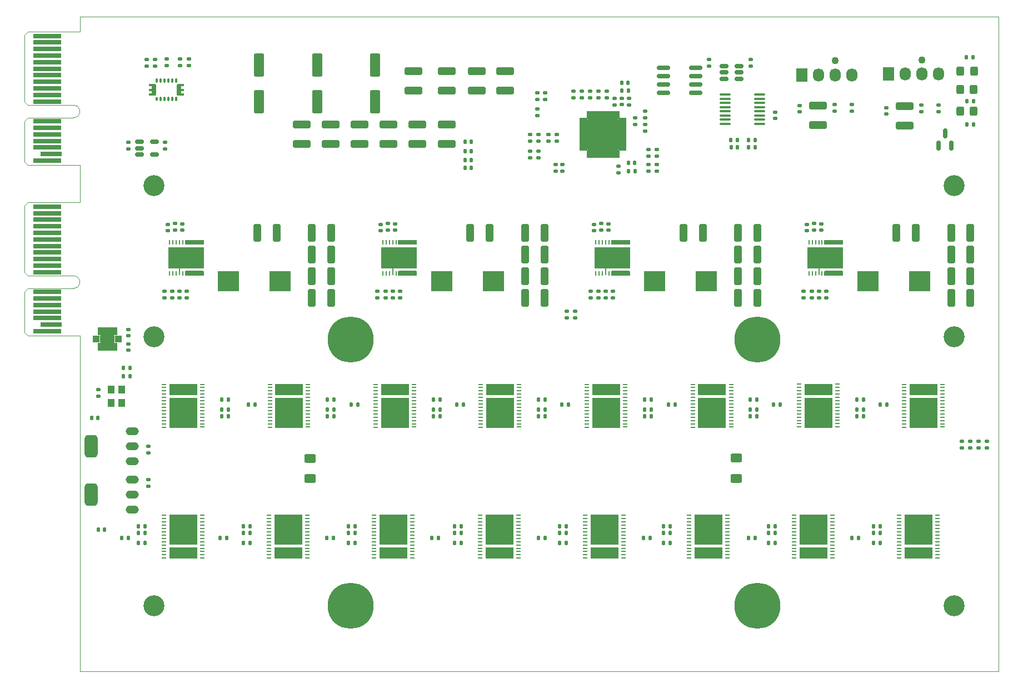
<source format=gbr>
%TF.GenerationSoftware,KiCad,Pcbnew,8.0.1*%
%TF.CreationDate,2024-04-21T01:40:20+02:00*%
%TF.ProjectId,EKO_Miner_BM1366-13xx_16-01A,454b4f5f-4d69-46e6-9572-5f424d313336,rev?*%
%TF.SameCoordinates,Original*%
%TF.FileFunction,Soldermask,Top*%
%TF.FilePolarity,Negative*%
%FSLAX46Y46*%
G04 Gerber Fmt 4.6, Leading zero omitted, Abs format (unit mm)*
G04 Created by KiCad (PCBNEW 8.0.1) date 2024-04-21 01:40:20*
%MOMM*%
%LPD*%
G01*
G04 APERTURE LIST*
G04 Aperture macros list*
%AMRoundRect*
0 Rectangle with rounded corners*
0 $1 Rounding radius*
0 $2 $3 $4 $5 $6 $7 $8 $9 X,Y pos of 4 corners*
0 Add a 4 corners polygon primitive as box body*
4,1,4,$2,$3,$4,$5,$6,$7,$8,$9,$2,$3,0*
0 Add four circle primitives for the rounded corners*
1,1,$1+$1,$2,$3*
1,1,$1+$1,$4,$5*
1,1,$1+$1,$6,$7*
1,1,$1+$1,$8,$9*
0 Add four rect primitives between the rounded corners*
20,1,$1+$1,$2,$3,$4,$5,0*
20,1,$1+$1,$4,$5,$6,$7,0*
20,1,$1+$1,$6,$7,$8,$9,0*
20,1,$1+$1,$8,$9,$2,$3,0*%
G04 Aperture macros list end*
%ADD10C,0.000000*%
%ADD11RoundRect,0.135000X0.135000X0.185000X-0.135000X0.185000X-0.135000X-0.185000X0.135000X-0.185000X0*%
%ADD12RoundRect,0.135000X-0.135000X-0.185000X0.135000X-0.185000X0.135000X0.185000X-0.135000X0.185000X0*%
%ADD13R,0.249999X0.700001*%
%ADD14R,0.249998X1.100000*%
%ADD15C,0.499999*%
%ADD16R,5.400000X3.300001*%
%ADD17R,2.849999X0.800001*%
%ADD18RoundRect,0.250000X-1.100000X0.325000X-1.100000X-0.325000X1.100000X-0.325000X1.100000X0.325000X0*%
%ADD19RoundRect,0.140000X0.170000X-0.140000X0.170000X0.140000X-0.170000X0.140000X-0.170000X-0.140000X0*%
%ADD20RoundRect,0.140000X0.140000X0.170000X-0.140000X0.170000X-0.140000X-0.170000X0.140000X-0.170000X0*%
%ADD21RoundRect,0.135000X0.185000X-0.135000X0.185000X0.135000X-0.185000X0.135000X-0.185000X-0.135000X0*%
%ADD22RoundRect,0.250000X0.325000X1.100000X-0.325000X1.100000X-0.325000X-1.100000X0.325000X-1.100000X0*%
%ADD23RoundRect,0.250000X-0.325000X-1.100000X0.325000X-1.100000X0.325000X1.100000X-0.325000X1.100000X0*%
%ADD24R,0.792000X0.221000*%
%ADD25R,4.277000X1.810000*%
%ADD26R,4.277000X4.530000*%
%ADD27RoundRect,0.250000X0.550000X-1.500000X0.550000X1.500000X-0.550000X1.500000X-0.550000X-1.500000X0*%
%ADD28RoundRect,0.135000X-0.185000X0.135000X-0.185000X-0.135000X0.185000X-0.135000X0.185000X0.135000X0*%
%ADD29RoundRect,0.140000X-0.140000X-0.170000X0.140000X-0.170000X0.140000X0.170000X-0.140000X0.170000X0*%
%ADD30RoundRect,0.140000X-0.170000X0.140000X-0.170000X-0.140000X0.170000X-0.140000X0.170000X0.140000X0*%
%ADD31RoundRect,0.250000X0.625000X-0.400000X0.625000X0.400000X-0.625000X0.400000X-0.625000X-0.400000X0*%
%ADD32RoundRect,0.150000X-0.825000X-0.150000X0.825000X-0.150000X0.825000X0.150000X-0.825000X0.150000X0*%
%ADD33R,3.300000X3.050000*%
%ADD34R,1.100000X1.300000*%
%ADD35R,4.300000X0.700000*%
%ADD36R,3.200000X0.700000*%
%ADD37C,3.200000*%
%ADD38R,0.300000X0.600000*%
%ADD39RoundRect,0.075000X0.075000X-0.225000X0.075000X0.225000X-0.075000X0.225000X-0.075000X-0.225000X0*%
%ADD40RoundRect,0.075000X0.474999X0.075000X-0.474999X0.075000X-0.474999X-0.075000X0.474999X-0.075000X0*%
%ADD41RoundRect,0.181250X-0.181250X0.618750X-0.181250X-0.618750X0.181250X-0.618750X0.181250X0.618750X0*%
%ADD42RoundRect,0.075000X-0.474999X-0.075000X0.474999X-0.075000X0.474999X0.075000X-0.474999X0.075000X0*%
%ADD43RoundRect,0.181250X0.181250X-0.618750X0.181250X0.618750X-0.181250X0.618750X-0.181250X-0.618750X0*%
%ADD44RoundRect,0.250000X1.100000X-0.325000X1.100000X0.325000X-1.100000X0.325000X-1.100000X-0.325000X0*%
%ADD45C,1.100000*%
%ADD46R,1.730000X2.030000*%
%ADD47O,1.730000X2.030000*%
%ADD48RoundRect,0.250000X0.325000X0.450000X-0.325000X0.450000X-0.325000X-0.450000X0.325000X-0.450000X0*%
%ADD49RoundRect,0.512160X0.469840X-0.069840X0.469840X0.069840X-0.469840X0.069840X-0.469840X-0.069840X0*%
%ADD50RoundRect,0.510640X0.471360X-1.221360X0.471360X1.221360X-0.471360X1.221360X-0.471360X-1.221360X0*%
%ADD51RoundRect,0.150000X-0.512500X-0.150000X0.512500X-0.150000X0.512500X0.150000X-0.512500X0.150000X0*%
%ADD52RoundRect,0.013920X0.533080X0.218080X-0.533080X0.218080X-0.533080X-0.218080X0.533080X-0.218080X0*%
%ADD53RoundRect,0.013920X-0.218080X0.533080X-0.218080X-0.533080X0.218080X-0.533080X0.218080X0.533080X0*%
%ADD54RoundRect,0.102000X2.250000X2.250000X-2.250000X2.250000X-2.250000X-2.250000X2.250000X-2.250000X0*%
%ADD55RoundRect,0.100000X-0.712500X-0.100000X0.712500X-0.100000X0.712500X0.100000X-0.712500X0.100000X0*%
%ADD56RoundRect,0.051040X-0.480960X0.180960X-0.480960X-0.180960X0.480960X-0.180960X0.480960X0.180960X0*%
%ADD57RoundRect,0.013920X-0.218080X0.518080X-0.218080X-0.518080X0.218080X-0.518080X0.218080X0.518080X0*%
%ADD58RoundRect,0.102000X-1.000000X0.500000X-1.000000X-0.500000X1.000000X-0.500000X1.000000X0.500000X0*%
%ADD59RoundRect,0.150000X0.150000X-0.587500X0.150000X0.587500X-0.150000X0.587500X-0.150000X-0.587500X0*%
%ADD60C,7.000000*%
%TA.AperFunction,Profile*%
%ADD61C,0.100000*%
%TD*%
G04 APERTURE END LIST*
D10*
%TO.C,U19*%
G36*
X91074998Y-59350000D02*
G01*
X91074998Y-59560002D01*
X91124998Y-59610002D01*
X91274998Y-59610002D01*
X91324998Y-59560002D01*
X91324998Y-59350000D01*
X91374998Y-59300000D01*
X91525000Y-59300000D01*
X91575000Y-59350000D01*
X91575000Y-59560002D01*
X91625000Y-59610002D01*
X91775000Y-59610002D01*
X91825000Y-59560002D01*
X91825000Y-59350000D01*
X91874999Y-59300000D01*
X92024999Y-59300000D01*
X92074999Y-59350000D01*
X92074999Y-59560002D01*
X92124999Y-59610002D01*
X92274999Y-59610002D01*
X92324999Y-59560002D01*
X92324999Y-59350000D01*
X92374998Y-59300000D01*
X92524998Y-59300000D01*
X92574998Y-59350000D01*
X92574998Y-59560002D01*
X92624998Y-59610002D01*
X92775000Y-59610002D01*
X92825000Y-59560002D01*
X92825000Y-59350000D01*
X92875000Y-59300000D01*
X93025000Y-59300000D01*
X93075000Y-59350000D01*
X93075000Y-59560002D01*
X93124999Y-59610002D01*
X93274999Y-59610002D01*
X93324999Y-59560002D01*
X93324999Y-59350000D01*
X93374999Y-59300000D01*
X93524999Y-59300000D01*
X93574999Y-59350000D01*
X93574999Y-59950002D01*
X93524999Y-60000001D01*
X90874999Y-60000001D01*
X90824999Y-59950002D01*
X90824999Y-59350000D01*
X90874999Y-59300000D01*
X91024999Y-59300000D01*
X91074998Y-59350000D01*
G37*
G36*
X93574999Y-64049998D02*
G01*
X93574999Y-64650000D01*
X93524999Y-64700000D01*
X93374999Y-64700000D01*
X93324999Y-64650000D01*
X93324999Y-64439998D01*
X93274999Y-64389998D01*
X93124999Y-64389998D01*
X93075000Y-64439998D01*
X93075000Y-64650000D01*
X93025000Y-64700000D01*
X92875000Y-64700000D01*
X92825000Y-64650000D01*
X92825000Y-64439998D01*
X92775000Y-64389998D01*
X92624998Y-64389998D01*
X92574998Y-64439998D01*
X92574998Y-64650000D01*
X92524998Y-64700000D01*
X92374998Y-64700000D01*
X92324999Y-64650000D01*
X92324999Y-64439998D01*
X92274999Y-64389998D01*
X92124999Y-64389998D01*
X92074999Y-64439998D01*
X92074999Y-64650000D01*
X92024999Y-64700000D01*
X91874999Y-64700000D01*
X91825000Y-64650000D01*
X91825000Y-64439998D01*
X91775000Y-64389998D01*
X91625000Y-64389998D01*
X91575000Y-64439998D01*
X91575000Y-64650000D01*
X91525000Y-64700000D01*
X91374998Y-64700000D01*
X91324998Y-64650000D01*
X91324998Y-64439998D01*
X91274998Y-64389998D01*
X91124998Y-64389998D01*
X91074998Y-64439998D01*
X91074998Y-64650000D01*
X91024999Y-64700000D01*
X90874999Y-64700000D01*
X90824999Y-64650000D01*
X90824999Y-64049998D01*
X90874999Y-63999999D01*
X93524999Y-63999999D01*
X93574999Y-64049998D01*
G37*
%TO.C,U21*%
G36*
X156008330Y-59350000D02*
G01*
X156008330Y-59560002D01*
X156058330Y-59610002D01*
X156208330Y-59610002D01*
X156258330Y-59560002D01*
X156258330Y-59350000D01*
X156308330Y-59300000D01*
X156458332Y-59300000D01*
X156508332Y-59350000D01*
X156508332Y-59560002D01*
X156558332Y-59610002D01*
X156708332Y-59610002D01*
X156758332Y-59560002D01*
X156758332Y-59350000D01*
X156808331Y-59300000D01*
X156958331Y-59300000D01*
X157008331Y-59350000D01*
X157008331Y-59560002D01*
X157058331Y-59610002D01*
X157208331Y-59610002D01*
X157258331Y-59560002D01*
X157258331Y-59350000D01*
X157308330Y-59300000D01*
X157458330Y-59300000D01*
X157508330Y-59350000D01*
X157508330Y-59560002D01*
X157558330Y-59610002D01*
X157708332Y-59610002D01*
X157758332Y-59560002D01*
X157758332Y-59350000D01*
X157808332Y-59300000D01*
X157958332Y-59300000D01*
X158008332Y-59350000D01*
X158008332Y-59560002D01*
X158058331Y-59610002D01*
X158208331Y-59610002D01*
X158258331Y-59560002D01*
X158258331Y-59350000D01*
X158308331Y-59300000D01*
X158458331Y-59300000D01*
X158508331Y-59350000D01*
X158508331Y-59950002D01*
X158458331Y-60000001D01*
X155808331Y-60000001D01*
X155758331Y-59950002D01*
X155758331Y-59350000D01*
X155808331Y-59300000D01*
X155958331Y-59300000D01*
X156008330Y-59350000D01*
G37*
G36*
X158508331Y-64049998D02*
G01*
X158508331Y-64650000D01*
X158458331Y-64700000D01*
X158308331Y-64700000D01*
X158258331Y-64650000D01*
X158258331Y-64439998D01*
X158208331Y-64389998D01*
X158058331Y-64389998D01*
X158008332Y-64439998D01*
X158008332Y-64650000D01*
X157958332Y-64700000D01*
X157808332Y-64700000D01*
X157758332Y-64650000D01*
X157758332Y-64439998D01*
X157708332Y-64389998D01*
X157558330Y-64389998D01*
X157508330Y-64439998D01*
X157508330Y-64650000D01*
X157458330Y-64700000D01*
X157308330Y-64700000D01*
X157258331Y-64650000D01*
X157258331Y-64439998D01*
X157208331Y-64389998D01*
X157058331Y-64389998D01*
X157008331Y-64439998D01*
X157008331Y-64650000D01*
X156958331Y-64700000D01*
X156808331Y-64700000D01*
X156758332Y-64650000D01*
X156758332Y-64439998D01*
X156708332Y-64389998D01*
X156558332Y-64389998D01*
X156508332Y-64439998D01*
X156508332Y-64650000D01*
X156458332Y-64700000D01*
X156308330Y-64700000D01*
X156258330Y-64650000D01*
X156258330Y-64439998D01*
X156208330Y-64389998D01*
X156058330Y-64389998D01*
X156008330Y-64439998D01*
X156008330Y-64650000D01*
X155958331Y-64700000D01*
X155808331Y-64700000D01*
X155758331Y-64650000D01*
X155758331Y-64049998D01*
X155808331Y-63999999D01*
X158458331Y-63999999D01*
X158508331Y-64049998D01*
G37*
%TO.C,U20*%
G36*
X123541664Y-59350000D02*
G01*
X123541664Y-59560002D01*
X123591664Y-59610002D01*
X123741664Y-59610002D01*
X123791664Y-59560002D01*
X123791664Y-59350000D01*
X123841664Y-59300000D01*
X123991666Y-59300000D01*
X124041666Y-59350000D01*
X124041666Y-59560002D01*
X124091666Y-59610002D01*
X124241666Y-59610002D01*
X124291666Y-59560002D01*
X124291666Y-59350000D01*
X124341665Y-59300000D01*
X124491665Y-59300000D01*
X124541665Y-59350000D01*
X124541665Y-59560002D01*
X124591665Y-59610002D01*
X124741665Y-59610002D01*
X124791665Y-59560002D01*
X124791665Y-59350000D01*
X124841664Y-59300000D01*
X124991664Y-59300000D01*
X125041664Y-59350000D01*
X125041664Y-59560002D01*
X125091664Y-59610002D01*
X125241666Y-59610002D01*
X125291666Y-59560002D01*
X125291666Y-59350000D01*
X125341666Y-59300000D01*
X125491666Y-59300000D01*
X125541666Y-59350000D01*
X125541666Y-59560002D01*
X125591665Y-59610002D01*
X125741665Y-59610002D01*
X125791665Y-59560002D01*
X125791665Y-59350000D01*
X125841665Y-59300000D01*
X125991665Y-59300000D01*
X126041665Y-59350000D01*
X126041665Y-59950002D01*
X125991665Y-60000001D01*
X123341665Y-60000001D01*
X123291665Y-59950002D01*
X123291665Y-59350000D01*
X123341665Y-59300000D01*
X123491665Y-59300000D01*
X123541664Y-59350000D01*
G37*
G36*
X126041665Y-64049998D02*
G01*
X126041665Y-64650000D01*
X125991665Y-64700000D01*
X125841665Y-64700000D01*
X125791665Y-64650000D01*
X125791665Y-64439998D01*
X125741665Y-64389998D01*
X125591665Y-64389998D01*
X125541666Y-64439998D01*
X125541666Y-64650000D01*
X125491666Y-64700000D01*
X125341666Y-64700000D01*
X125291666Y-64650000D01*
X125291666Y-64439998D01*
X125241666Y-64389998D01*
X125091664Y-64389998D01*
X125041664Y-64439998D01*
X125041664Y-64650000D01*
X124991664Y-64700000D01*
X124841664Y-64700000D01*
X124791665Y-64650000D01*
X124791665Y-64439998D01*
X124741665Y-64389998D01*
X124591665Y-64389998D01*
X124541665Y-64439998D01*
X124541665Y-64650000D01*
X124491665Y-64700000D01*
X124341665Y-64700000D01*
X124291666Y-64650000D01*
X124291666Y-64439998D01*
X124241666Y-64389998D01*
X124091666Y-64389998D01*
X124041666Y-64439998D01*
X124041666Y-64650000D01*
X123991666Y-64700000D01*
X123841664Y-64700000D01*
X123791664Y-64650000D01*
X123791664Y-64439998D01*
X123741664Y-64389998D01*
X123591664Y-64389998D01*
X123541664Y-64439998D01*
X123541664Y-64650000D01*
X123491665Y-64700000D01*
X123341665Y-64700000D01*
X123291665Y-64650000D01*
X123291665Y-64049998D01*
X123341665Y-63999999D01*
X125991665Y-63999999D01*
X126041665Y-64049998D01*
G37*
%TO.C,U22*%
G36*
X188474998Y-59350000D02*
G01*
X188474998Y-59560002D01*
X188524998Y-59610002D01*
X188674998Y-59610002D01*
X188724998Y-59560002D01*
X188724998Y-59350000D01*
X188774998Y-59300000D01*
X188925000Y-59300000D01*
X188975000Y-59350000D01*
X188975000Y-59560002D01*
X189025000Y-59610002D01*
X189175000Y-59610002D01*
X189225000Y-59560002D01*
X189225000Y-59350000D01*
X189274999Y-59300000D01*
X189424999Y-59300000D01*
X189474999Y-59350000D01*
X189474999Y-59560002D01*
X189524999Y-59610002D01*
X189674999Y-59610002D01*
X189724999Y-59560002D01*
X189724999Y-59350000D01*
X189774998Y-59300000D01*
X189924998Y-59300000D01*
X189974998Y-59350000D01*
X189974998Y-59560002D01*
X190024998Y-59610002D01*
X190175000Y-59610002D01*
X190225000Y-59560002D01*
X190225000Y-59350000D01*
X190275000Y-59300000D01*
X190425000Y-59300000D01*
X190475000Y-59350000D01*
X190475000Y-59560002D01*
X190524999Y-59610002D01*
X190674999Y-59610002D01*
X190724999Y-59560002D01*
X190724999Y-59350000D01*
X190774999Y-59300000D01*
X190924999Y-59300000D01*
X190974999Y-59350000D01*
X190974999Y-59950002D01*
X190924999Y-60000001D01*
X188274999Y-60000001D01*
X188224999Y-59950002D01*
X188224999Y-59350000D01*
X188274999Y-59300000D01*
X188424999Y-59300000D01*
X188474998Y-59350000D01*
G37*
G36*
X190974999Y-64049998D02*
G01*
X190974999Y-64650000D01*
X190924999Y-64700000D01*
X190774999Y-64700000D01*
X190724999Y-64650000D01*
X190724999Y-64439998D01*
X190674999Y-64389998D01*
X190524999Y-64389998D01*
X190475000Y-64439998D01*
X190475000Y-64650000D01*
X190425000Y-64700000D01*
X190275000Y-64700000D01*
X190225000Y-64650000D01*
X190225000Y-64439998D01*
X190175000Y-64389998D01*
X190024998Y-64389998D01*
X189974998Y-64439998D01*
X189974998Y-64650000D01*
X189924998Y-64700000D01*
X189774998Y-64700000D01*
X189724999Y-64650000D01*
X189724999Y-64439998D01*
X189674999Y-64389998D01*
X189524999Y-64389998D01*
X189474999Y-64439998D01*
X189474999Y-64650000D01*
X189424999Y-64700000D01*
X189274999Y-64700000D01*
X189225000Y-64650000D01*
X189225000Y-64439998D01*
X189175000Y-64389998D01*
X189025000Y-64389998D01*
X188975000Y-64439998D01*
X188975000Y-64650000D01*
X188925000Y-64700000D01*
X188774998Y-64700000D01*
X188724998Y-64650000D01*
X188724998Y-64439998D01*
X188674998Y-64389998D01*
X188524998Y-64389998D01*
X188474998Y-64439998D01*
X188474998Y-64650000D01*
X188424999Y-64700000D01*
X188274999Y-64700000D01*
X188224999Y-64650000D01*
X188224999Y-64049998D01*
X188274999Y-63999999D01*
X190924999Y-63999999D01*
X190974999Y-64049998D01*
G37*
%TD*%
D11*
%TO.C,R99*%
X164668000Y-103918000D03*
X163648000Y-103918000D03*
%TD*%
D12*
%TO.C,R10*%
X193111475Y-85102000D03*
X194131475Y-85102000D03*
%TD*%
D13*
%TO.C,U19*%
X88449370Y-64350000D03*
X88949496Y-64350000D03*
X89449622Y-64350000D03*
D14*
X89949748Y-64150000D03*
D15*
X89630000Y-63300000D03*
X90950000Y-63300000D03*
X92270000Y-63300000D03*
X88550000Y-62000000D03*
D16*
X90950000Y-62000000D03*
D15*
X89630000Y-61999997D03*
X90950000Y-61999997D03*
X93350000Y-61999997D03*
X92270000Y-61999995D03*
X89630000Y-60700000D03*
X90950000Y-60700000D03*
X92270000Y-60700000D03*
D13*
X90449874Y-64350000D03*
D17*
X92200000Y-64350000D03*
X92200000Y-59650000D03*
D13*
X90449874Y-59650000D03*
X89949748Y-59650000D03*
X89449622Y-59650000D03*
X88949496Y-59650000D03*
X88449370Y-59650000D03*
%TD*%
D18*
%TO.C,C151*%
X200450000Y-38925000D03*
X200450000Y-41875000D03*
%TD*%
D19*
%TO.C,C195*%
X120616666Y-57880000D03*
X120616666Y-56920000D03*
%TD*%
D11*
%TO.C,R78*%
X100660000Y-105441999D03*
X99640000Y-105441999D03*
%TD*%
D20*
%TO.C,C174*%
X134412000Y-44300000D03*
X133452000Y-44300000D03*
%TD*%
D21*
%TO.C,R49*%
X146124000Y-44230000D03*
X146124000Y-43210000D03*
%TD*%
D22*
%TO.C,C189*%
X104725000Y-58200000D03*
X101775000Y-58200000D03*
%TD*%
D23*
%TO.C,C211*%
X175038332Y-68104000D03*
X177988332Y-68104000D03*
%TD*%
D12*
%TO.C,R27*%
X112448857Y-86138000D03*
X113468857Y-86138000D03*
%TD*%
D19*
%TO.C,C160*%
X151204000Y-37596000D03*
X151204000Y-36636000D03*
%TD*%
D24*
%TO.C,U29*%
X189426000Y-107761000D03*
X189426000Y-107259000D03*
X189426000Y-106757000D03*
X189426000Y-106255000D03*
X189426000Y-105753000D03*
X189426000Y-105251000D03*
X189426000Y-104749000D03*
X189426000Y-104247000D03*
X189426000Y-103745000D03*
X189426000Y-103243000D03*
X189426000Y-102741000D03*
X189426000Y-102239000D03*
X189426000Y-101737000D03*
X189426000Y-101235000D03*
X183594000Y-101248000D03*
X183594000Y-101748000D03*
X183594000Y-102248000D03*
X183594000Y-102748000D03*
X183594000Y-103248000D03*
X183594000Y-103745000D03*
X183594000Y-104248000D03*
X183594000Y-104749000D03*
X183594000Y-105251000D03*
X183594000Y-105753000D03*
X183594000Y-106255000D03*
X183594000Y-106748000D03*
X183594000Y-107259000D03*
X183594000Y-107748000D03*
D25*
X186510000Y-106966000D03*
D26*
X186510000Y-103390000D03*
%TD*%
D27*
%TO.C,C157*%
X110900000Y-38200000D03*
X110900000Y-32600000D03*
%TD*%
D19*
%TO.C,C205*%
X153083332Y-57880000D03*
X153083332Y-56920000D03*
%TD*%
D28*
%TO.C,R74*%
X186250000Y-67090000D03*
X186250000Y-68110000D03*
%TD*%
%TO.C,R62*%
X161364000Y-45496000D03*
X161364000Y-46516000D03*
%TD*%
D27*
%TO.C,C162*%
X119750000Y-38200000D03*
X119750000Y-32600000D03*
%TD*%
D29*
%TO.C,C180*%
X157370000Y-36500000D03*
X158330000Y-36500000D03*
%TD*%
D11*
%TO.C,R80*%
X100660000Y-102902000D03*
X99640000Y-102902000D03*
%TD*%
D30*
%TO.C,C175*%
X162634000Y-45526000D03*
X162634000Y-46486000D03*
%TD*%
D31*
%TO.C,TH1*%
X109850000Y-95650000D03*
X109850000Y-92550000D03*
%TD*%
D28*
%TO.C,R76*%
X186650000Y-56790000D03*
X186650000Y-57810000D03*
%TD*%
D30*
%TO.C,C153*%
X197650000Y-39120000D03*
X197650000Y-40080000D03*
%TD*%
D12*
%TO.C,R63*%
X158314000Y-48800000D03*
X159334000Y-48800000D03*
%TD*%
D11*
%TO.C,R12*%
X197688000Y-84360000D03*
X196668000Y-84360000D03*
%TD*%
D24*
%TO.C,U26*%
X93414000Y-107761000D03*
X93414000Y-107259000D03*
X93414000Y-106757000D03*
X93414000Y-106255000D03*
X93414000Y-105753000D03*
X93414000Y-105251000D03*
X93414000Y-104749000D03*
X93414000Y-104247000D03*
X93414000Y-103745000D03*
X93414000Y-103243000D03*
X93414000Y-102741000D03*
X93414000Y-102239000D03*
X93414000Y-101737000D03*
X93414000Y-101235000D03*
X87582000Y-101248000D03*
X87582000Y-101748000D03*
X87582000Y-102248000D03*
X87582000Y-102748000D03*
X87582000Y-103248000D03*
X87582000Y-103745000D03*
X87582000Y-104248000D03*
X87582000Y-104749000D03*
X87582000Y-105251000D03*
X87582000Y-105753000D03*
X87582000Y-106255000D03*
X87582000Y-106748000D03*
X87582000Y-107259000D03*
X87582000Y-107748000D03*
D25*
X90498000Y-106966000D03*
D26*
X90498000Y-103390000D03*
%TD*%
D12*
%TO.C,R39*%
X160781428Y-86138000D03*
X161801428Y-86138000D03*
%TD*%
D11*
%TO.C,R8*%
X181432000Y-84360000D03*
X180412000Y-84360000D03*
%TD*%
D12*
%TO.C,R105*%
X144598000Y-104680000D03*
X145618000Y-104680000D03*
%TD*%
D21*
%TO.C,R61*%
X156250000Y-38710000D03*
X156250000Y-37690000D03*
%TD*%
D18*
%TO.C,C164*%
X121790800Y-41737000D03*
X121790800Y-44687000D03*
%TD*%
D12*
%TO.C,R37*%
X160781428Y-83598000D03*
X161801428Y-83598000D03*
%TD*%
D28*
%TO.C,R56*%
X147250000Y-47790000D03*
X147250000Y-48810000D03*
%TD*%
%TO.C,R43*%
X189750000Y-38625000D03*
X189750000Y-39645000D03*
%TD*%
D12*
%TO.C,R19*%
X176892285Y-86138000D03*
X177912285Y-86138000D03*
%TD*%
D28*
%TO.C,R67*%
X89250000Y-56790000D03*
X89250000Y-57810000D03*
%TD*%
D11*
%TO.C,R107*%
X132830666Y-103918000D03*
X131810666Y-103918000D03*
%TD*%
D22*
%TO.C,C219*%
X202125000Y-58200000D03*
X199175000Y-58200000D03*
%TD*%
D11*
%TO.C,R32*%
X133208286Y-84360000D03*
X132188286Y-84360000D03*
%TD*%
D18*
%TO.C,C167*%
X112951600Y-41737000D03*
X112951600Y-44687000D03*
%TD*%
D24*
%TO.C,U31*%
X157588666Y-107761000D03*
X157588666Y-107259000D03*
X157588666Y-106757000D03*
X157588666Y-106255000D03*
X157588666Y-105753000D03*
X157588666Y-105251000D03*
X157588666Y-104749000D03*
X157588666Y-104247000D03*
X157588666Y-103745000D03*
X157588666Y-103243000D03*
X157588666Y-102741000D03*
X157588666Y-102239000D03*
X157588666Y-101737000D03*
X157588666Y-101235000D03*
X151756666Y-101248000D03*
X151756666Y-101748000D03*
X151756666Y-102248000D03*
X151756666Y-102748000D03*
X151756666Y-103248000D03*
X151756666Y-103745000D03*
X151756666Y-104248000D03*
X151756666Y-104749000D03*
X151756666Y-105251000D03*
X151756666Y-105753000D03*
X151756666Y-106255000D03*
X151756666Y-106748000D03*
X151756666Y-107259000D03*
X151756666Y-107748000D03*
D25*
X154672666Y-106966000D03*
D26*
X154672666Y-103390000D03*
%TD*%
D30*
%TO.C,C148*%
X180687500Y-39802500D03*
X180687500Y-40762500D03*
%TD*%
D32*
%TO.C,U4*%
X163675000Y-33095000D03*
X163675000Y-34365000D03*
X163675000Y-35635000D03*
X163675000Y-36905000D03*
X168625000Y-36905000D03*
X168625000Y-35635000D03*
X168625000Y-34365000D03*
X168625000Y-33095000D03*
%TD*%
D11*
%TO.C,R91*%
X196672000Y-103918000D03*
X195652000Y-103918000D03*
%TD*%
D12*
%TO.C,R101*%
X160600000Y-104680000D03*
X161620000Y-104680000D03*
%TD*%
D24*
%TO.C,U13*%
X87582000Y-81279000D03*
X87582000Y-81781000D03*
X87582000Y-82283000D03*
X87582000Y-82785000D03*
X87582000Y-83287000D03*
X87582000Y-83789000D03*
X87582000Y-84291000D03*
X87582000Y-84793000D03*
X87582000Y-85295000D03*
X87582000Y-85797000D03*
X87582000Y-86299000D03*
X87582000Y-86801000D03*
X87582000Y-87303000D03*
X87582000Y-87805000D03*
X93414000Y-87792000D03*
X93414000Y-87292000D03*
X93414000Y-86792000D03*
X93414000Y-86292000D03*
X93414000Y-85792000D03*
X93414000Y-85295000D03*
X93414000Y-84792000D03*
X93414000Y-84291000D03*
X93414000Y-83789000D03*
X93414000Y-83287000D03*
X93414000Y-82785000D03*
X93414000Y-82292000D03*
X93414000Y-81781000D03*
X93414000Y-81292000D03*
D25*
X90498000Y-82074000D03*
D26*
X90498000Y-85650000D03*
%TD*%
D21*
%TO.C,R55*%
X148250000Y-48810000D03*
X148250000Y-47790000D03*
%TD*%
D30*
%TO.C,C176*%
X157350000Y-37720000D03*
X157350000Y-38680000D03*
%TD*%
D33*
%TO.C,L1*%
X97415000Y-65600000D03*
X105285000Y-65600000D03*
%TD*%
D30*
%TO.C,C186*%
X90350000Y-56820000D03*
X90350000Y-57780000D03*
%TD*%
D34*
%TO.C,U2*%
X79513000Y-82040000D03*
X79513000Y-84140000D03*
X81163000Y-84140000D03*
X81163000Y-82040000D03*
%TD*%
D27*
%TO.C,C159*%
X102050000Y-38200000D03*
X102050000Y-32600000D03*
%TD*%
D11*
%TO.C,R104*%
X148832666Y-102902000D03*
X147812666Y-102902000D03*
%TD*%
D12*
%TO.C,R41*%
X173940000Y-44100000D03*
X174960000Y-44100000D03*
%TD*%
D29*
%TO.C,C177*%
X158344000Y-47530000D03*
X159304000Y-47530000D03*
%TD*%
D35*
%TO.C,J2*%
X69800000Y-54200000D03*
X69800000Y-55200000D03*
X69800000Y-56200000D03*
X69800000Y-57200000D03*
X69800000Y-58200000D03*
X69800000Y-59200000D03*
X69800000Y-60200000D03*
X69800000Y-61200000D03*
X69800000Y-62200000D03*
X69800000Y-63200000D03*
X69800000Y-64200000D03*
X69800000Y-67200000D03*
X69800000Y-68200000D03*
X69800000Y-69200000D03*
X69800000Y-70200000D03*
X69800000Y-71200000D03*
D36*
X70350000Y-72200000D03*
D35*
X69800000Y-73200000D03*
%TD*%
D11*
%TO.C,R92*%
X196672000Y-102902000D03*
X195652000Y-102902000D03*
%TD*%
D23*
%TO.C,C220*%
X207505000Y-61500000D03*
X210455000Y-61500000D03*
%TD*%
D37*
%TO.C,H6*%
X86000000Y-74000000D03*
%TD*%
D19*
%TO.C,C7*%
X176950000Y-32780000D03*
X176950000Y-31820000D03*
%TD*%
D12*
%TO.C,R40*%
X176640000Y-44100000D03*
X177660000Y-44100000D03*
%TD*%
D38*
%TO.C,U8*%
X86425562Y-37811290D03*
D39*
X87025562Y-37811290D03*
X87625562Y-37811290D03*
X88225562Y-37811290D03*
X88825562Y-37811290D03*
X89425562Y-37811290D03*
D40*
X90125562Y-37161290D03*
D41*
X89888062Y-36411290D03*
D40*
X90125562Y-36411290D03*
X90125562Y-35661290D03*
D39*
X89425562Y-35011290D03*
X88825562Y-35011290D03*
X88225562Y-35011290D03*
X87625562Y-35011290D03*
X87025562Y-35011290D03*
X86425562Y-35011290D03*
D42*
X85790438Y-37161290D03*
X85790438Y-36411290D03*
D43*
X86063062Y-36411290D03*
D42*
X85790438Y-35661290D03*
%TD*%
D44*
%TO.C,C172*%
X130630000Y-36559000D03*
X130630000Y-33609000D03*
%TD*%
D13*
%TO.C,U21*%
X153382702Y-64350000D03*
X153882828Y-64350000D03*
X154382954Y-64350000D03*
D14*
X154883080Y-64150000D03*
D15*
X154563332Y-63300000D03*
X155883332Y-63300000D03*
X157203332Y-63300000D03*
X153483332Y-62000000D03*
D16*
X155883332Y-62000000D03*
D15*
X154563332Y-61999997D03*
X155883332Y-61999997D03*
X158283332Y-61999997D03*
X157203332Y-61999995D03*
X154563332Y-60700000D03*
X155883332Y-60700000D03*
X157203332Y-60700000D03*
D13*
X155383206Y-64350000D03*
D17*
X157133332Y-64350000D03*
X157133332Y-59650000D03*
D13*
X155383206Y-59650000D03*
X154883080Y-59650000D03*
X154382954Y-59650000D03*
X153882828Y-59650000D03*
X153382702Y-59650000D03*
%TD*%
D23*
%TO.C,C221*%
X207505000Y-68104000D03*
X210455000Y-68104000D03*
%TD*%
D12*
%TO.C,R26*%
X112448857Y-85122000D03*
X113468857Y-85122000D03*
%TD*%
D24*
%TO.C,U11*%
X200357999Y-81279000D03*
X200357999Y-81781000D03*
X200357999Y-82283000D03*
X200357999Y-82785000D03*
X200357999Y-83287000D03*
X200357999Y-83789000D03*
X200357999Y-84291000D03*
X200357999Y-84793000D03*
X200357999Y-85295000D03*
X200357999Y-85797000D03*
X200357999Y-86299000D03*
X200357999Y-86801000D03*
X200357999Y-87303000D03*
X200357999Y-87805000D03*
X206189999Y-87792000D03*
X206189999Y-87292000D03*
X206189999Y-86792000D03*
X206189999Y-86292000D03*
X206189999Y-85792000D03*
X206189999Y-85295000D03*
X206189999Y-84792000D03*
X206189999Y-84291000D03*
X206189999Y-83789000D03*
X206189999Y-83287000D03*
X206189999Y-82785000D03*
X206189999Y-82292000D03*
X206189999Y-81781000D03*
X206189999Y-81292000D03*
D25*
X203273999Y-82074000D03*
D26*
X203273999Y-85650000D03*
%TD*%
D12*
%TO.C,R34*%
X144598000Y-85122000D03*
X145618000Y-85122000D03*
%TD*%
D19*
%TO.C,C158*%
X152474000Y-37596000D03*
X152474000Y-36636000D03*
%TD*%
D12*
%TO.C,R9*%
X193111475Y-83578000D03*
X194131475Y-83578000D03*
%TD*%
%TO.C,R25*%
X112448857Y-83598000D03*
X113468857Y-83598000D03*
%TD*%
D11*
%TO.C,R98*%
X164668000Y-105441999D03*
X163648000Y-105441999D03*
%TD*%
D30*
%TO.C,C193*%
X123516666Y-67120000D03*
X123516666Y-68080000D03*
%TD*%
D23*
%TO.C,C192*%
X110105000Y-58198000D03*
X113055000Y-58198000D03*
%TD*%
D11*
%TO.C,R103*%
X148832666Y-103918000D03*
X147812666Y-103918000D03*
%TD*%
D30*
%TO.C,C4*%
X77544000Y-82102000D03*
X77544000Y-83062000D03*
%TD*%
%TO.C,C213*%
X188450000Y-67120000D03*
X188450000Y-68080000D03*
%TD*%
D20*
%TO.C,C149*%
X177630000Y-45200000D03*
X176670000Y-45200000D03*
%TD*%
D35*
%TO.C,J1*%
X69800000Y-28200000D03*
X69800000Y-29200000D03*
X69800000Y-30200000D03*
X69800000Y-31200000D03*
X69800000Y-32200000D03*
X69800000Y-33200000D03*
X69800000Y-34200000D03*
X69800000Y-35200000D03*
X69800000Y-36200000D03*
X69800000Y-37200000D03*
X69800000Y-38200000D03*
X69800000Y-41200000D03*
X69800000Y-42200000D03*
X69800000Y-43200000D03*
X69800000Y-44200000D03*
X69800000Y-45200000D03*
D36*
X70350000Y-46200000D03*
D35*
X69800000Y-47200000D03*
%TD*%
D23*
%TO.C,C218*%
X207505000Y-64802000D03*
X210455000Y-64802000D03*
%TD*%
%TO.C,C201*%
X142571666Y-68104000D03*
X145521666Y-68104000D03*
%TD*%
D11*
%TO.C,R83*%
X84658000Y-103918000D03*
X83638000Y-103918000D03*
%TD*%
%TO.C,R88*%
X116662000Y-102902000D03*
X115642000Y-102902000D03*
%TD*%
D21*
%TO.C,R2*%
X87958000Y-32710000D03*
X87958000Y-31690000D03*
%TD*%
D12*
%TO.C,R18*%
X176892285Y-85122000D03*
X177912285Y-85122000D03*
%TD*%
D29*
%TO.C,C8*%
X76556000Y-86392000D03*
X77516000Y-86392000D03*
%TD*%
D11*
%TO.C,R82*%
X84658000Y-105441999D03*
X83638000Y-105441999D03*
%TD*%
D23*
%TO.C,C212*%
X175038332Y-58204750D03*
X177988332Y-58204750D03*
%TD*%
D12*
%TO.C,R38*%
X160781428Y-85122000D03*
X161801428Y-85122000D03*
%TD*%
%TO.C,R7*%
X81098000Y-104680000D03*
X82118000Y-104680000D03*
%TD*%
%TO.C,R30*%
X128596000Y-85122000D03*
X129616000Y-85122000D03*
%TD*%
D21*
%TO.C,R46*%
X144450000Y-40310000D03*
X144450000Y-39290000D03*
%TD*%
D44*
%TO.C,C170*%
X139520000Y-36559000D03*
X139520000Y-33609000D03*
%TD*%
D28*
%TO.C,R75*%
X185050000Y-67090000D03*
X185050000Y-68110000D03*
%TD*%
D12*
%TO.C,R112*%
X209876000Y-38132000D03*
X210896000Y-38132000D03*
%TD*%
D20*
%TO.C,C181*%
X134412000Y-47100000D03*
X133452000Y-47100000D03*
%TD*%
D45*
%TO.C,J4*%
X203030000Y-31865000D03*
D46*
X197950000Y-34025000D03*
D47*
X200490000Y-34025000D03*
X203030000Y-34025000D03*
X205570000Y-34025000D03*
%TD*%
D20*
%TO.C,C150*%
X174930000Y-45200000D03*
X173970000Y-45200000D03*
%TD*%
D23*
%TO.C,C200*%
X142571666Y-61500000D03*
X145521666Y-61500000D03*
%TD*%
D11*
%TO.C,R96*%
X180670000Y-102902000D03*
X179650000Y-102902000D03*
%TD*%
D28*
%TO.C,R110*%
X150188000Y-70134000D03*
X150188000Y-71154000D03*
%TD*%
%TO.C,R48*%
X147394000Y-43210000D03*
X147394000Y-44230000D03*
%TD*%
D19*
%TO.C,C215*%
X185550000Y-57880000D03*
X185550000Y-56920000D03*
%TD*%
D28*
%TO.C,R71*%
X153783332Y-67090000D03*
X153783332Y-68110000D03*
%TD*%
D11*
%TO.C,R94*%
X180670000Y-105441999D03*
X179650000Y-105441999D03*
%TD*%
D12*
%TO.C,R33*%
X144598000Y-83598000D03*
X145618000Y-83598000D03*
%TD*%
D28*
%TO.C,R58*%
X161364000Y-47782000D03*
X161364000Y-48802000D03*
%TD*%
D12*
%TO.C,R31*%
X128596000Y-86138000D03*
X129616000Y-86138000D03*
%TD*%
D33*
%TO.C,L4*%
X194815000Y-65600000D03*
X202685000Y-65600000D03*
%TD*%
D11*
%TO.C,R108*%
X132830666Y-102902000D03*
X131810666Y-102902000D03*
%TD*%
D24*
%TO.C,U30*%
X173424000Y-107761000D03*
X173424000Y-107259000D03*
X173424000Y-106757000D03*
X173424000Y-106255000D03*
X173424000Y-105753000D03*
X173424000Y-105251000D03*
X173424000Y-104749000D03*
X173424000Y-104247000D03*
X173424000Y-103745000D03*
X173424000Y-103243000D03*
X173424000Y-102741000D03*
X173424000Y-102239000D03*
X173424000Y-101737000D03*
X173424000Y-101235000D03*
X167592000Y-101248000D03*
X167592000Y-101748000D03*
X167592000Y-102248000D03*
X167592000Y-102748000D03*
X167592000Y-103248000D03*
X167592000Y-103745000D03*
X167592000Y-104248000D03*
X167592000Y-104749000D03*
X167592000Y-105251000D03*
X167592000Y-105753000D03*
X167592000Y-106255000D03*
X167592000Y-106748000D03*
X167592000Y-107259000D03*
X167592000Y-107748000D03*
D25*
X170508000Y-106966000D03*
D26*
X170508000Y-103390000D03*
%TD*%
D12*
%TO.C,R29*%
X128596000Y-83598000D03*
X129616000Y-83598000D03*
%TD*%
D48*
%TO.C,D2*%
X210903000Y-36354000D03*
X208853000Y-36354000D03*
%TD*%
D20*
%TO.C,C9*%
X78532000Y-103410000D03*
X77572000Y-103410000D03*
%TD*%
D49*
%TO.C,U6*%
X82701000Y-100376000D03*
X82701000Y-98076000D03*
X82701000Y-95776000D03*
D50*
X76451000Y-98076000D03*
%TD*%
D13*
%TO.C,U20*%
X120916036Y-64350000D03*
X121416162Y-64350000D03*
X121916288Y-64350000D03*
D14*
X122416414Y-64150000D03*
D15*
X122096666Y-63300000D03*
X123416666Y-63300000D03*
X124736666Y-63300000D03*
X121016666Y-62000000D03*
D16*
X123416666Y-62000000D03*
D15*
X122096666Y-61999997D03*
X123416666Y-61999997D03*
X125816666Y-61999997D03*
X124736666Y-61999995D03*
X122096666Y-60700000D03*
X123416666Y-60700000D03*
X124736666Y-60700000D03*
D13*
X122916540Y-64350000D03*
D17*
X124666666Y-64350000D03*
X124666666Y-59650000D03*
D13*
X122916540Y-59650000D03*
X122416414Y-59650000D03*
X121916288Y-59650000D03*
X121416162Y-59650000D03*
X120916036Y-59650000D03*
%TD*%
D28*
%TO.C,R53*%
X143330000Y-45750000D03*
X143330000Y-46770000D03*
%TD*%
%TO.C,R13*%
X212926000Y-89946000D03*
X212926000Y-90966000D03*
%TD*%
D30*
%TO.C,C183*%
X91050000Y-67120000D03*
X91050000Y-68080000D03*
%TD*%
D24*
%TO.C,U32*%
X141586666Y-107761000D03*
X141586666Y-107259000D03*
X141586666Y-106757000D03*
X141586666Y-106255000D03*
X141586666Y-105753000D03*
X141586666Y-105251000D03*
X141586666Y-104749000D03*
X141586666Y-104247000D03*
X141586666Y-103745000D03*
X141586666Y-103243000D03*
X141586666Y-102741000D03*
X141586666Y-102239000D03*
X141586666Y-101737000D03*
X141586666Y-101235000D03*
X135754666Y-101248000D03*
X135754666Y-101748000D03*
X135754666Y-102248000D03*
X135754666Y-102748000D03*
X135754666Y-103248000D03*
X135754666Y-103745000D03*
X135754666Y-104248000D03*
X135754666Y-104749000D03*
X135754666Y-105251000D03*
X135754666Y-105753000D03*
X135754666Y-106255000D03*
X135754666Y-106748000D03*
X135754666Y-107259000D03*
X135754666Y-107748000D03*
D25*
X138670666Y-106966000D03*
D26*
X138670666Y-103390000D03*
%TD*%
D11*
%TO.C,R24*%
X101422000Y-84360000D03*
X100402000Y-84360000D03*
%TD*%
%TO.C,R95*%
X180670000Y-103918000D03*
X179650000Y-103918000D03*
%TD*%
D30*
%TO.C,C2*%
X82150000Y-75120000D03*
X82150000Y-76080000D03*
%TD*%
D48*
%TO.C,D1*%
X210975000Y-33560000D03*
X208925000Y-33560000D03*
%TD*%
D12*
%TO.C,R17*%
X176892285Y-83598000D03*
X177912285Y-83598000D03*
%TD*%
D28*
%TO.C,R70*%
X121716666Y-56790000D03*
X121716666Y-57810000D03*
%TD*%
D33*
%TO.C,L3*%
X162348332Y-65600000D03*
X170218332Y-65600000D03*
%TD*%
D24*
%TO.C,U14*%
X103692857Y-81279000D03*
X103692857Y-81781000D03*
X103692857Y-82283000D03*
X103692857Y-82785000D03*
X103692857Y-83287000D03*
X103692857Y-83789000D03*
X103692857Y-84291000D03*
X103692857Y-84793000D03*
X103692857Y-85295000D03*
X103692857Y-85797000D03*
X103692857Y-86299000D03*
X103692857Y-86801000D03*
X103692857Y-87303000D03*
X103692857Y-87805000D03*
X109524857Y-87792000D03*
X109524857Y-87292000D03*
X109524857Y-86792000D03*
X109524857Y-86292000D03*
X109524857Y-85792000D03*
X109524857Y-85295000D03*
X109524857Y-84792000D03*
X109524857Y-84291000D03*
X109524857Y-83789000D03*
X109524857Y-83287000D03*
X109524857Y-82785000D03*
X109524857Y-82292000D03*
X109524857Y-81781000D03*
X109524857Y-81292000D03*
D25*
X106608857Y-82074000D03*
D26*
X106608857Y-85650000D03*
%TD*%
D30*
%TO.C,C204*%
X154883332Y-67120000D03*
X154883332Y-68080000D03*
%TD*%
D37*
%TO.C,H5*%
X208000000Y-74000000D03*
%TD*%
D29*
%TO.C,C182*%
X157328000Y-35338000D03*
X158288000Y-35338000D03*
%TD*%
D12*
%TO.C,R93*%
X192350000Y-104680000D03*
X193370000Y-104680000D03*
%TD*%
D21*
%TO.C,R47*%
X144450000Y-37910000D03*
X144450000Y-36890000D03*
%TD*%
D22*
%TO.C,C199*%
X137191666Y-58200000D03*
X134241666Y-58200000D03*
%TD*%
D24*
%TO.C,U12*%
X168136285Y-81279000D03*
X168136285Y-81781000D03*
X168136285Y-82283000D03*
X168136285Y-82785000D03*
X168136285Y-83287000D03*
X168136285Y-83789000D03*
X168136285Y-84291000D03*
X168136285Y-84793000D03*
X168136285Y-85295000D03*
X168136285Y-85797000D03*
X168136285Y-86299000D03*
X168136285Y-86801000D03*
X168136285Y-87303000D03*
X168136285Y-87805000D03*
X173968285Y-87792000D03*
X173968285Y-87292000D03*
X173968285Y-86792000D03*
X173968285Y-86292000D03*
X173968285Y-85792000D03*
X173968285Y-85295000D03*
X173968285Y-84792000D03*
X173968285Y-84291000D03*
X173968285Y-83789000D03*
X173968285Y-83287000D03*
X173968285Y-82785000D03*
X173968285Y-82292000D03*
X173968285Y-81781000D03*
X173968285Y-81292000D03*
D25*
X171052285Y-82074000D03*
D26*
X171052285Y-85650000D03*
%TD*%
D12*
%TO.C,R6*%
X209940000Y-41688000D03*
X210960000Y-41688000D03*
%TD*%
D51*
%TO.C,U5*%
X172937500Y-32815000D03*
X172937500Y-33765000D03*
X172937500Y-34715000D03*
X175212500Y-34715000D03*
X175212500Y-33765000D03*
X175212500Y-32815000D03*
%TD*%
%TO.C,U3*%
X83812500Y-44350000D03*
X83812500Y-45300000D03*
X83812500Y-46250000D03*
X86087500Y-46250000D03*
X86087500Y-44350000D03*
%TD*%
D24*
%TO.C,U24*%
X152025428Y-81279000D03*
X152025428Y-81781000D03*
X152025428Y-82283000D03*
X152025428Y-82785000D03*
X152025428Y-83287000D03*
X152025428Y-83789000D03*
X152025428Y-84291000D03*
X152025428Y-84793000D03*
X152025428Y-85295000D03*
X152025428Y-85797000D03*
X152025428Y-86299000D03*
X152025428Y-86801000D03*
X152025428Y-87303000D03*
X152025428Y-87805000D03*
X157857428Y-87792000D03*
X157857428Y-87292000D03*
X157857428Y-86792000D03*
X157857428Y-86292000D03*
X157857428Y-85792000D03*
X157857428Y-85295000D03*
X157857428Y-84792000D03*
X157857428Y-84291000D03*
X157857428Y-83789000D03*
X157857428Y-83287000D03*
X157857428Y-82785000D03*
X157857428Y-82292000D03*
X157857428Y-81781000D03*
X157857428Y-81292000D03*
D25*
X154941428Y-82074000D03*
D26*
X154941428Y-85650000D03*
%TD*%
D24*
%TO.C,U15*%
X119840000Y-81279000D03*
X119840000Y-81781000D03*
X119840000Y-82283000D03*
X119840000Y-82785000D03*
X119840000Y-83287000D03*
X119840000Y-83789000D03*
X119840000Y-84291000D03*
X119840000Y-84793000D03*
X119840000Y-85295000D03*
X119840000Y-85797000D03*
X119840000Y-86299000D03*
X119840000Y-86801000D03*
X119840000Y-87303000D03*
X119840000Y-87805000D03*
X125672000Y-87792000D03*
X125672000Y-87292000D03*
X125672000Y-86792000D03*
X125672000Y-86292000D03*
X125672000Y-85792000D03*
X125672000Y-85295000D03*
X125672000Y-84792000D03*
X125672000Y-84291000D03*
X125672000Y-83789000D03*
X125672000Y-83287000D03*
X125672000Y-82785000D03*
X125672000Y-82292000D03*
X125672000Y-81781000D03*
X125672000Y-81292000D03*
D25*
X122756000Y-82074000D03*
D26*
X122756000Y-85650000D03*
%TD*%
D19*
%TO.C,C6*%
X170650000Y-32780000D03*
X170650000Y-31820000D03*
%TD*%
D12*
%TO.C,R5*%
X81352000Y-78772000D03*
X82372000Y-78772000D03*
%TD*%
D28*
%TO.C,R69*%
X120116666Y-67090000D03*
X120116666Y-68110000D03*
%TD*%
D30*
%TO.C,C196*%
X122816666Y-56820000D03*
X122816666Y-57780000D03*
%TD*%
%TO.C,C203*%
X155983332Y-67120000D03*
X155983332Y-68080000D03*
%TD*%
D11*
%TO.C,R90*%
X196672000Y-105441999D03*
X195652000Y-105441999D03*
%TD*%
D24*
%TO.C,U10*%
X184355475Y-81259000D03*
X184355475Y-81761000D03*
X184355475Y-82263000D03*
X184355475Y-82765000D03*
X184355475Y-83267000D03*
X184355475Y-83769000D03*
X184355475Y-84271000D03*
X184355475Y-84773000D03*
X184355475Y-85275000D03*
X184355475Y-85777000D03*
X184355475Y-86279000D03*
X184355475Y-86781000D03*
X184355475Y-87283000D03*
X184355475Y-87785000D03*
X190187475Y-87772000D03*
X190187475Y-87272000D03*
X190187475Y-86772000D03*
X190187475Y-86272000D03*
X190187475Y-85772000D03*
X190187475Y-85275000D03*
X190187475Y-84772000D03*
X190187475Y-84271000D03*
X190187475Y-83769000D03*
X190187475Y-83267000D03*
X190187475Y-82765000D03*
X190187475Y-82272000D03*
X190187475Y-81761000D03*
X190187475Y-81272000D03*
D25*
X187271475Y-82054000D03*
D26*
X187271475Y-85630000D03*
%TD*%
D18*
%TO.C,C165*%
X117371200Y-41737000D03*
X117371200Y-44687000D03*
%TD*%
D12*
%TO.C,R77*%
X112340000Y-104680000D03*
X113360000Y-104680000D03*
%TD*%
D37*
%TO.C,H1*%
X86000000Y-51000000D03*
%TD*%
D24*
%TO.C,U28*%
X205428000Y-107761000D03*
X205428000Y-107259000D03*
X205428000Y-106757000D03*
X205428000Y-106255000D03*
X205428000Y-105753000D03*
X205428000Y-105251000D03*
X205428000Y-104749000D03*
X205428000Y-104247000D03*
X205428000Y-103745000D03*
X205428000Y-103243000D03*
X205428000Y-102741000D03*
X205428000Y-102239000D03*
X205428000Y-101737000D03*
X205428000Y-101235000D03*
X199596000Y-101248000D03*
X199596000Y-101748000D03*
X199596000Y-102248000D03*
X199596000Y-102748000D03*
X199596000Y-103248000D03*
X199596000Y-103745000D03*
X199596000Y-104248000D03*
X199596000Y-104749000D03*
X199596000Y-105251000D03*
X199596000Y-105753000D03*
X199596000Y-106255000D03*
X199596000Y-106748000D03*
X199596000Y-107259000D03*
X199596000Y-107748000D03*
D25*
X202512000Y-106966000D03*
D26*
X202512000Y-103390000D03*
%TD*%
D28*
%TO.C,R15*%
X209116000Y-89946000D03*
X209116000Y-90966000D03*
%TD*%
D11*
%TO.C,R16*%
X165430000Y-84360000D03*
X164410000Y-84360000D03*
%TD*%
D23*
%TO.C,C208*%
X175038332Y-64802000D03*
X177988332Y-64802000D03*
%TD*%
D12*
%TO.C,R85*%
X128342000Y-104680000D03*
X129362000Y-104680000D03*
%TD*%
D28*
%TO.C,R109*%
X148918000Y-70134000D03*
X148918000Y-71154000D03*
%TD*%
D23*
%TO.C,C190*%
X110105000Y-61500000D03*
X113055000Y-61500000D03*
%TD*%
D30*
%TO.C,C184*%
X89950000Y-67120000D03*
X89950000Y-68080000D03*
%TD*%
D23*
%TO.C,C210*%
X175038332Y-61500000D03*
X177988332Y-61500000D03*
%TD*%
D24*
%TO.C,U23*%
X135842000Y-81279000D03*
X135842000Y-81781000D03*
X135842000Y-82283000D03*
X135842000Y-82785000D03*
X135842000Y-83287000D03*
X135842000Y-83789000D03*
X135842000Y-84291000D03*
X135842000Y-84793000D03*
X135842000Y-85295000D03*
X135842000Y-85797000D03*
X135842000Y-86299000D03*
X135842000Y-86801000D03*
X135842000Y-87303000D03*
X135842000Y-87805000D03*
X141674000Y-87792000D03*
X141674000Y-87292000D03*
X141674000Y-86792000D03*
X141674000Y-86292000D03*
X141674000Y-85792000D03*
X141674000Y-85295000D03*
X141674000Y-84792000D03*
X141674000Y-84291000D03*
X141674000Y-83789000D03*
X141674000Y-83287000D03*
X141674000Y-82785000D03*
X141674000Y-82292000D03*
X141674000Y-81781000D03*
X141674000Y-81292000D03*
D25*
X138758000Y-82074000D03*
D26*
X138758000Y-85650000D03*
%TD*%
D23*
%TO.C,C222*%
X207505000Y-58204750D03*
X210455000Y-58204750D03*
%TD*%
D21*
%TO.C,R54*%
X149934000Y-37626000D03*
X149934000Y-36606000D03*
%TD*%
D12*
%TO.C,R23*%
X96338000Y-86138000D03*
X97358000Y-86138000D03*
%TD*%
D30*
%TO.C,C363*%
X160856000Y-39684000D03*
X160856000Y-40644000D03*
%TD*%
D44*
%TO.C,C168*%
X135202000Y-36559000D03*
X135202000Y-33609000D03*
%TD*%
D19*
%TO.C,C185*%
X88150000Y-57880000D03*
X88150000Y-56920000D03*
%TD*%
D11*
%TO.C,R87*%
X116662000Y-103918000D03*
X115642000Y-103918000D03*
%TD*%
%TO.C,R100*%
X164668000Y-102902000D03*
X163648000Y-102902000D03*
%TD*%
D49*
%TO.C,U7*%
X82701000Y-93010000D03*
X82701000Y-90710000D03*
X82701000Y-88410000D03*
D50*
X76451000Y-90710000D03*
%TD*%
D24*
%TO.C,U25*%
X109416000Y-107761000D03*
X109416000Y-107259000D03*
X109416000Y-106757000D03*
X109416000Y-106255000D03*
X109416000Y-105753000D03*
X109416000Y-105251000D03*
X109416000Y-104749000D03*
X109416000Y-104247000D03*
X109416000Y-103745000D03*
X109416000Y-103243000D03*
X109416000Y-102741000D03*
X109416000Y-102239000D03*
X109416000Y-101737000D03*
X109416000Y-101235000D03*
X103584000Y-101248000D03*
X103584000Y-101748000D03*
X103584000Y-102248000D03*
X103584000Y-102748000D03*
X103584000Y-103248000D03*
X103584000Y-103745000D03*
X103584000Y-104248000D03*
X103584000Y-104749000D03*
X103584000Y-105251000D03*
X103584000Y-105753000D03*
X103584000Y-106255000D03*
X103584000Y-106748000D03*
X103584000Y-107259000D03*
X103584000Y-107748000D03*
D25*
X106500000Y-106966000D03*
D26*
X106500000Y-103390000D03*
%TD*%
D21*
%TO.C,R89*%
X211656000Y-90966000D03*
X211656000Y-89946000D03*
%TD*%
D52*
%TO.C,U18*%
X157405000Y-45450000D03*
X157405000Y-44950000D03*
X157405000Y-44450000D03*
X157405000Y-43950000D03*
X157405000Y-43450000D03*
X157405000Y-42950000D03*
X157405000Y-42450000D03*
X157405000Y-41950000D03*
X157405000Y-41450000D03*
X157405000Y-40950000D03*
D53*
X156715000Y-40260000D03*
X156215000Y-40260000D03*
X155715000Y-40260000D03*
X155215000Y-40260000D03*
X154715000Y-40260000D03*
X154215000Y-40260000D03*
X153715000Y-40260000D03*
X153215000Y-40260000D03*
X152715000Y-40260000D03*
X152215000Y-40260000D03*
D52*
X151525000Y-40950000D03*
X151525000Y-41450000D03*
X151525000Y-41950000D03*
X151525000Y-42450000D03*
X151525000Y-42950000D03*
X151525000Y-43450000D03*
X151525000Y-43950000D03*
X151525000Y-44450000D03*
X151525000Y-44950000D03*
X151525000Y-45450000D03*
D53*
X152215000Y-46140000D03*
X152715000Y-46140000D03*
X153215000Y-46140000D03*
X153715000Y-46140000D03*
X154215000Y-46140000D03*
X154715000Y-46140000D03*
X155215000Y-46140000D03*
X155715000Y-46140000D03*
X156215000Y-46140000D03*
X156715000Y-46140000D03*
D54*
X154465000Y-43200000D03*
%TD*%
D11*
%TO.C,R102*%
X148832666Y-105441999D03*
X147812666Y-105441999D03*
%TD*%
D30*
%TO.C,C5*%
X87750000Y-44420000D03*
X87750000Y-45380000D03*
%TD*%
D21*
%TO.C,R111*%
X153744000Y-37626000D03*
X153744000Y-36606000D03*
%TD*%
D11*
%TO.C,R86*%
X116662000Y-105441999D03*
X115642000Y-105441999D03*
%TD*%
D18*
%TO.C,C166*%
X108532000Y-41737000D03*
X108532000Y-44687000D03*
%TD*%
D44*
%TO.C,C169*%
X125550000Y-36559000D03*
X125550000Y-33609000D03*
%TD*%
D11*
%TO.C,R79*%
X100660000Y-103918000D03*
X99640000Y-103918000D03*
%TD*%
D21*
%TO.C,R51*%
X143330000Y-44230000D03*
X143330000Y-43210000D03*
%TD*%
D37*
%TO.C,H3*%
X208000000Y-51000000D03*
%TD*%
D48*
%TO.C,D3*%
X210903000Y-39700000D03*
X208853000Y-39700000D03*
%TD*%
D23*
%TO.C,C191*%
X110105000Y-68104000D03*
X113055000Y-68104000D03*
%TD*%
D28*
%TO.C,R42*%
X202950000Y-38715000D03*
X202950000Y-39735000D03*
%TD*%
D19*
%TO.C,C161*%
X159332000Y-41660000D03*
X159332000Y-40700000D03*
%TD*%
D28*
%TO.C,R45*%
X192350000Y-38625000D03*
X192350000Y-39645000D03*
%TD*%
%TO.C,R50*%
X144600000Y-43210000D03*
X144600000Y-44230000D03*
%TD*%
D19*
%TO.C,C155*%
X86180000Y-32770000D03*
X86180000Y-31810000D03*
%TD*%
D28*
%TO.C,R66*%
X87650000Y-67090000D03*
X87650000Y-68110000D03*
%TD*%
D12*
%TO.C,R1*%
X209840000Y-31460000D03*
X210860000Y-31460000D03*
%TD*%
D19*
%TO.C,C163*%
X155014000Y-37596000D03*
X155014000Y-36636000D03*
%TD*%
D30*
%TO.C,C3*%
X82150000Y-44420000D03*
X82150000Y-45380000D03*
%TD*%
D55*
%TO.C,U16*%
X173050000Y-37160000D03*
X173050000Y-37795000D03*
X173050000Y-38430000D03*
X173050000Y-39065000D03*
X173050000Y-39700000D03*
X173050000Y-40335000D03*
X173050000Y-40970000D03*
X173050000Y-41605000D03*
X178325000Y-41605000D03*
X178325000Y-40970000D03*
X178325000Y-40335000D03*
X178325000Y-39700000D03*
X178325000Y-39065000D03*
X178325000Y-38430000D03*
X178325000Y-37795000D03*
X178325000Y-37160000D03*
%TD*%
D56*
%TO.C,U1*%
X80635000Y-74150000D03*
D57*
X80200000Y-73215000D03*
X79700000Y-73215000D03*
X79200000Y-73215000D03*
X78700000Y-73215000D03*
X78200000Y-73215000D03*
X77700000Y-73215000D03*
D56*
X77265000Y-74150000D03*
X77265000Y-74650000D03*
D57*
X77700000Y-75585000D03*
X78200000Y-75585000D03*
X78700000Y-75585000D03*
X79200000Y-75585000D03*
X79700000Y-75585000D03*
X80200000Y-75585000D03*
D56*
X80635000Y-74650000D03*
D58*
X78950000Y-74400000D03*
%TD*%
D19*
%TO.C,C1*%
X82150000Y-73880000D03*
X82150000Y-72920000D03*
%TD*%
D28*
%TO.C,R14*%
X210386000Y-89946000D03*
X210386000Y-90966000D03*
%TD*%
D12*
%TO.C,R11*%
X193111475Y-86118000D03*
X194131475Y-86118000D03*
%TD*%
D30*
%TO.C,C11*%
X85164000Y-95818000D03*
X85164000Y-96778000D03*
%TD*%
D31*
%TO.C,TH2*%
X174750000Y-95600000D03*
X174750000Y-92500000D03*
%TD*%
D19*
%TO.C,C156*%
X84910000Y-32770000D03*
X84910000Y-31810000D03*
%TD*%
D12*
%TO.C,R21*%
X96338000Y-83598000D03*
X97358000Y-83598000D03*
%TD*%
D11*
%TO.C,R84*%
X84658000Y-102902000D03*
X83638000Y-102902000D03*
%TD*%
D30*
%TO.C,C194*%
X122416666Y-67120000D03*
X122416666Y-68080000D03*
%TD*%
D28*
%TO.C,R73*%
X154183332Y-56790000D03*
X154183332Y-57810000D03*
%TD*%
D18*
%TO.C,C173*%
X126210400Y-41737000D03*
X126210400Y-44687000D03*
%TD*%
D37*
%TO.C,H4*%
X208000000Y-115000000D03*
%TD*%
D23*
%TO.C,C202*%
X142571666Y-58204750D03*
X145521666Y-58204750D03*
%TD*%
D12*
%TO.C,R81*%
X96084000Y-104680000D03*
X97104000Y-104680000D03*
%TD*%
D21*
%TO.C,R60*%
X156850000Y-49056000D03*
X156850000Y-48036000D03*
%TD*%
D28*
%TO.C,R65*%
X88850000Y-67090000D03*
X88850000Y-68110000D03*
%TD*%
D24*
%TO.C,U27*%
X125418000Y-107761000D03*
X125418000Y-107259000D03*
X125418000Y-106757000D03*
X125418000Y-106255000D03*
X125418000Y-105753000D03*
X125418000Y-105251000D03*
X125418000Y-104749000D03*
X125418000Y-104247000D03*
X125418000Y-103745000D03*
X125418000Y-103243000D03*
X125418000Y-102741000D03*
X125418000Y-102239000D03*
X125418000Y-101737000D03*
X125418000Y-101235000D03*
X119586000Y-101248000D03*
X119586000Y-101748000D03*
X119586000Y-102248000D03*
X119586000Y-102748000D03*
X119586000Y-103248000D03*
X119586000Y-103745000D03*
X119586000Y-104248000D03*
X119586000Y-104749000D03*
X119586000Y-105251000D03*
X119586000Y-105753000D03*
X119586000Y-106255000D03*
X119586000Y-106748000D03*
X119586000Y-107259000D03*
X119586000Y-107748000D03*
D25*
X122502000Y-106966000D03*
D26*
X122502000Y-103390000D03*
%TD*%
D12*
%TO.C,R22*%
X96338000Y-85122000D03*
X97358000Y-85122000D03*
%TD*%
D18*
%TO.C,C152*%
X187250000Y-38825000D03*
X187250000Y-41775000D03*
%TD*%
D23*
%TO.C,C188*%
X110105000Y-64802000D03*
X113055000Y-64802000D03*
%TD*%
D21*
%TO.C,R52*%
X144600000Y-46770000D03*
X144600000Y-45750000D03*
%TD*%
D23*
%TO.C,C198*%
X142571666Y-64802000D03*
X145521666Y-64802000D03*
%TD*%
D20*
%TO.C,C179*%
X134412000Y-45752000D03*
X133452000Y-45752000D03*
%TD*%
D30*
%TO.C,C206*%
X155283332Y-56820000D03*
X155283332Y-57780000D03*
%TD*%
D28*
%TO.C,R72*%
X152583332Y-67090000D03*
X152583332Y-68110000D03*
%TD*%
D37*
%TO.C,H2*%
X86000000Y-115000000D03*
%TD*%
D20*
%TO.C,C178*%
X134412000Y-48300000D03*
X133452000Y-48300000D03*
%TD*%
D11*
%TO.C,R106*%
X132830666Y-105441999D03*
X131810666Y-105441999D03*
%TD*%
D30*
%TO.C,C216*%
X187750000Y-56820000D03*
X187750000Y-57780000D03*
%TD*%
D22*
%TO.C,C209*%
X169658332Y-58200000D03*
X166708332Y-58200000D03*
%TD*%
D30*
%TO.C,C154*%
X184450000Y-38820000D03*
X184450000Y-39780000D03*
%TD*%
D21*
%TO.C,R3*%
X89990000Y-32710000D03*
X89990000Y-31690000D03*
%TD*%
%TO.C,R57*%
X162634000Y-48802000D03*
X162634000Y-47782000D03*
%TD*%
D19*
%TO.C,C364*%
X160856000Y-42676000D03*
X160856000Y-41716000D03*
%TD*%
D59*
%TO.C,Q1*%
X205626000Y-44911500D03*
X207526000Y-44911500D03*
X206576000Y-43036500D03*
%TD*%
D12*
%TO.C,R97*%
X176602000Y-104680000D03*
X177622000Y-104680000D03*
%TD*%
D11*
%TO.C,R36*%
X149174000Y-84360000D03*
X148154000Y-84360000D03*
%TD*%
D28*
%TO.C,R59*%
X145650000Y-36890000D03*
X145650000Y-37910000D03*
%TD*%
D13*
%TO.C,U22*%
X185849370Y-64350000D03*
X186349496Y-64350000D03*
X186849622Y-64350000D03*
D14*
X187349748Y-64150000D03*
D15*
X187030000Y-63300000D03*
X188350000Y-63300000D03*
X189670000Y-63300000D03*
X185950000Y-62000000D03*
D16*
X188350000Y-62000000D03*
D15*
X187030000Y-61999997D03*
X188350000Y-61999997D03*
X190750000Y-61999997D03*
X189670000Y-61999995D03*
X187030000Y-60700000D03*
X188350000Y-60700000D03*
X189670000Y-60700000D03*
D13*
X187849874Y-64350000D03*
D17*
X189600000Y-64350000D03*
X189600000Y-59650000D03*
D13*
X187849874Y-59650000D03*
X187349748Y-59650000D03*
X186849622Y-59650000D03*
X186349496Y-59650000D03*
X185849370Y-59650000D03*
%TD*%
D45*
%TO.C,J3*%
X189830000Y-31965000D03*
D46*
X184750000Y-34125000D03*
D47*
X187290000Y-34125000D03*
X189830000Y-34125000D03*
X192370000Y-34125000D03*
%TD*%
D18*
%TO.C,C171*%
X130630000Y-41737000D03*
X130630000Y-44687000D03*
%TD*%
D28*
%TO.C,R68*%
X121316666Y-67090000D03*
X121316666Y-68110000D03*
%TD*%
D30*
%TO.C,C214*%
X187350000Y-67120000D03*
X187350000Y-68080000D03*
%TD*%
D11*
%TO.C,R28*%
X117097429Y-84360000D03*
X116077429Y-84360000D03*
%TD*%
D30*
%TO.C,C10*%
X85164000Y-90738000D03*
X85164000Y-91698000D03*
%TD*%
D21*
%TO.C,R4*%
X91350000Y-32710000D03*
X91350000Y-31690000D03*
%TD*%
D11*
%TO.C,R20*%
X82372000Y-80042000D03*
X81352000Y-80042000D03*
%TD*%
D28*
%TO.C,R64*%
X158450000Y-37690000D03*
X158450000Y-38710000D03*
%TD*%
%TO.C,R44*%
X205550000Y-38715000D03*
X205550000Y-39735000D03*
%TD*%
D33*
%TO.C,L2*%
X129881666Y-65600000D03*
X137751666Y-65600000D03*
%TD*%
D12*
%TO.C,R35*%
X144598000Y-86138000D03*
X145618000Y-86138000D03*
%TD*%
D60*
%TO.C,H11*%
X178000000Y-115000000D03*
%TD*%
%TO.C,H7*%
X116000000Y-74500000D03*
%TD*%
%TO.C,H12*%
X116000000Y-115000000D03*
%TD*%
%TO.C,H8*%
X178000000Y-74500000D03*
%TD*%
D61*
X74750000Y-73850000D02*
X74750000Y-125000000D01*
X74750000Y-27550000D02*
X74750000Y-25250000D01*
X74750000Y-125000000D02*
X214750000Y-125000000D01*
X74750000Y-47850000D02*
X74750000Y-53550000D01*
X74750000Y-25250000D02*
X214750000Y-25250000D01*
X214750000Y-125000000D02*
X214750000Y-25250000D01*
%TO.C,J2*%
X66350000Y-54050000D02*
X66350000Y-64250000D01*
X66350000Y-67150000D02*
X66350000Y-73350000D01*
X66850000Y-53550000D02*
X66350000Y-54050000D01*
X66850000Y-64750000D02*
X66350000Y-64250000D01*
X66850000Y-66650000D02*
X66350000Y-67150000D01*
X66850000Y-73850000D02*
X66350000Y-73350000D01*
X73800000Y-64750000D02*
X66850000Y-64750000D01*
X73800000Y-66650000D02*
X66850000Y-66650000D01*
X74750000Y-53550000D02*
X66850000Y-53550000D01*
X74750000Y-73850000D02*
X66850000Y-73850000D01*
X73800000Y-64750000D02*
G75*
G02*
X73800000Y-66650000I0J-950000D01*
G01*
%TO.C,J1*%
X66350000Y-28050000D02*
X66350000Y-38250000D01*
X66350000Y-41150000D02*
X66350000Y-47350000D01*
X66850000Y-27550000D02*
X66350000Y-28050000D01*
X66850000Y-38750000D02*
X66350000Y-38250000D01*
X66850000Y-40650000D02*
X66350000Y-41150000D01*
X66850000Y-47850000D02*
X66350000Y-47350000D01*
X73800000Y-38750000D02*
X66850000Y-38750000D01*
X73800000Y-40650000D02*
X66850000Y-40650000D01*
X74750000Y-27550000D02*
X66850000Y-27550000D01*
X74750000Y-47850000D02*
X66850000Y-47850000D01*
X73800000Y-38750000D02*
G75*
G02*
X73800000Y-40650000I0J-950000D01*
G01*
%TD*%
M02*

</source>
